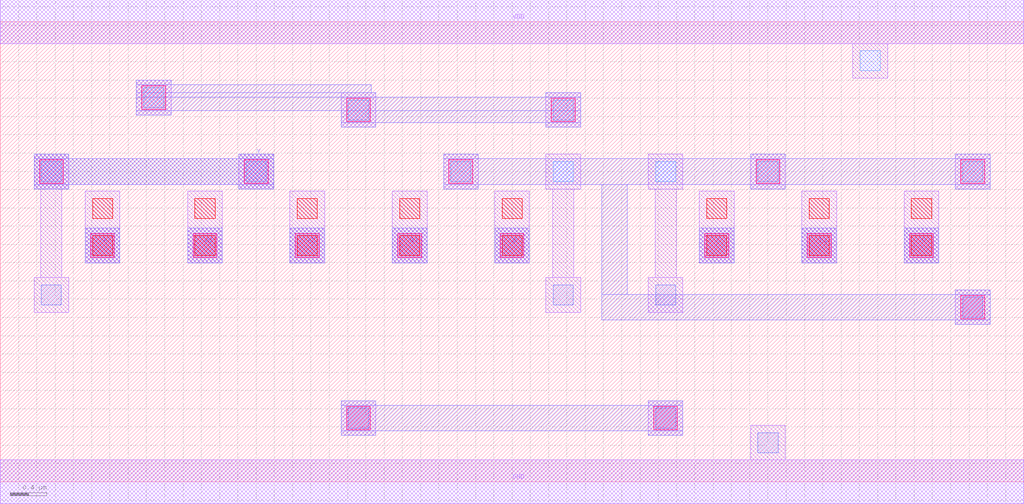
<source format=lef>
MACRO AAOAAOI3212
 CLASS CORE ;
 FOREIGN AAOAAOI3212 0 0 ;
 SIZE 11.200000000000001 BY 5.04 ;
 ORIGIN 0 0 ;
 SYMMETRY X Y R90 ;
 SITE unit ;
  PIN VDD
   DIRECTION INOUT ;
   USE POWER ;
   SHAPE ABUTMENT ;
    PORT
     CLASS CORE ;
       LAYER met1 ;
        RECT 0.00000000 4.80000000 11.20000000 5.28000000 ;
    END
  END VDD

  PIN GND
   DIRECTION INOUT ;
   USE POWER ;
   SHAPE ABUTMENT ;
    PORT
     CLASS CORE ;
       LAYER met1 ;
        RECT 0.00000000 -0.24000000 11.20000000 0.24000000 ;
    END
  END GND

  PIN Y
   DIRECTION INOUT ;
   USE SIGNAL ;
   SHAPE ABUTMENT ;
    PORT
     CLASS CORE ;
       LAYER met2 ;
        RECT 0.37000000 3.20700000 0.75000000 3.25700000 ;
        RECT 2.61000000 3.20700000 2.99000000 3.25700000 ;
        RECT 0.37000000 3.25700000 2.99000000 3.53700000 ;
        RECT 0.37000000 3.53700000 0.75000000 3.58700000 ;
        RECT 2.61000000 3.53700000 2.99000000 3.58700000 ;
    END
  END Y

  PIN A2
   DIRECTION INOUT ;
   USE SIGNAL ;
   SHAPE ABUTMENT ;
    PORT
     CLASS CORE ;
       LAYER met2 ;
        RECT 3.17000000 2.39700000 3.55000000 2.77700000 ;
    END
  END A2

  PIN D1
   DIRECTION INOUT ;
   USE SIGNAL ;
   SHAPE ABUTMENT ;
    PORT
     CLASS CORE ;
       LAYER met2 ;
        RECT 8.77000000 2.39700000 9.15000000 2.77700000 ;
    END
  END D1

  PIN D
   DIRECTION INOUT ;
   USE SIGNAL ;
   SHAPE ABUTMENT ;
    PORT
     CLASS CORE ;
       LAYER met2 ;
        RECT 9.89000000 2.39700000 10.27000000 2.77700000 ;
    END
  END D

  PIN A1
   DIRECTION INOUT ;
   USE SIGNAL ;
   SHAPE ABUTMENT ;
    PORT
     CLASS CORE ;
       LAYER met2 ;
        RECT 2.05000000 2.39700000 2.43000000 2.77700000 ;
    END
  END A1

  PIN B1
   DIRECTION INOUT ;
   USE SIGNAL ;
   SHAPE ABUTMENT ;
    PORT
     CLASS CORE ;
       LAYER met2 ;
        RECT 4.29000000 2.39700000 4.67000000 2.77700000 ;
    END
  END B1

  PIN B
   DIRECTION INOUT ;
   USE SIGNAL ;
   SHAPE ABUTMENT ;
    PORT
     CLASS CORE ;
       LAYER met2 ;
        RECT 5.41000000 2.39700000 5.79000000 2.77700000 ;
    END
  END B

  PIN C
   DIRECTION INOUT ;
   USE SIGNAL ;
   SHAPE ABUTMENT ;
    PORT
     CLASS CORE ;
       LAYER met2 ;
        RECT 7.65000000 2.39700000 8.03000000 2.77700000 ;
    END
  END C

  PIN A
   DIRECTION INOUT ;
   USE SIGNAL ;
   SHAPE ABUTMENT ;
    PORT
     CLASS CORE ;
       LAYER met2 ;
        RECT 0.93000000 2.39700000 1.31000000 2.77700000 ;
    END
  END A

 OBS
    LAYER polycont ;
     RECT 1.01000000 2.47700000 1.23000000 2.69700000 ;
     RECT 2.13000000 2.47700000 2.35000000 2.69700000 ;
     RECT 3.25000000 2.47700000 3.47000000 2.69700000 ;
     RECT 4.37000000 2.47700000 4.59000000 2.69700000 ;
     RECT 5.49000000 2.47700000 5.71000000 2.69700000 ;
     RECT 7.73000000 2.47700000 7.95000000 2.69700000 ;
     RECT 8.85000000 2.47700000 9.07000000 2.69700000 ;
     RECT 9.97000000 2.47700000 10.19000000 2.69700000 ;
     RECT 1.01000000 2.88200000 1.23000000 3.10200000 ;
     RECT 2.13000000 2.88200000 2.35000000 3.10200000 ;
     RECT 3.25000000 2.88200000 3.47000000 3.10200000 ;
     RECT 4.37000000 2.88200000 4.59000000 3.10200000 ;
     RECT 5.49000000 2.88200000 5.71000000 3.10200000 ;
     RECT 7.73000000 2.88200000 7.95000000 3.10200000 ;
     RECT 8.85000000 2.88200000 9.07000000 3.10200000 ;
     RECT 9.97000000 2.88200000 10.19000000 3.10200000 ;

    LAYER pdiffc ;
     RECT 0.45000000 3.28700000 0.67000000 3.50700000 ;
     RECT 2.69000000 3.28700000 2.91000000 3.50700000 ;
     RECT 4.93000000 3.28700000 5.15000000 3.50700000 ;
     RECT 6.05000000 3.28700000 6.27000000 3.50700000 ;
     RECT 7.17000000 3.28700000 7.39000000 3.50700000 ;
     RECT 8.29000000 3.28700000 8.51000000 3.50700000 ;
     RECT 10.53000000 3.28700000 10.75000000 3.50700000 ;
     RECT 3.81000000 3.96200000 4.03000000 4.18200000 ;
     RECT 6.05000000 3.96200000 6.27000000 4.18200000 ;
     RECT 1.57000000 4.09700000 1.79000000 4.31700000 ;
     RECT 9.41000000 4.50200000 9.63000000 4.72200000 ;

    LAYER ndiffc ;
     RECT 8.29000000 0.31700000 8.51000000 0.53700000 ;
     RECT 3.81000000 0.58700000 4.03000000 0.80700000 ;
     RECT 7.17000000 0.58700000 7.39000000 0.80700000 ;
     RECT 10.53000000 1.80200000 10.75000000 2.02200000 ;
     RECT 0.45000000 1.93700000 0.67000000 2.15700000 ;
     RECT 6.05000000 1.93700000 6.27000000 2.15700000 ;
     RECT 7.17000000 1.93700000 7.39000000 2.15700000 ;

    LAYER met1 ;
     RECT 0.00000000 -0.24000000 11.20000000 0.24000000 ;
     RECT 8.21000000 0.24000000 8.59000000 0.61700000 ;
     RECT 3.73000000 0.50700000 4.11000000 0.88700000 ;
     RECT 7.09000000 0.50700000 7.47000000 0.88700000 ;
     RECT 10.45000000 1.72200000 10.83000000 2.10200000 ;
     RECT 0.93000000 2.39700000 1.31000000 3.18200000 ;
     RECT 2.05000000 2.39700000 2.43000000 3.18200000 ;
     RECT 3.17000000 2.39700000 3.55000000 3.18200000 ;
     RECT 4.29000000 2.39700000 4.67000000 3.18200000 ;
     RECT 5.41000000 2.39700000 5.79000000 3.18200000 ;
     RECT 7.65000000 2.39700000 8.03000000 3.18200000 ;
     RECT 8.77000000 2.39700000 9.15000000 3.18200000 ;
     RECT 9.89000000 2.39700000 10.27000000 3.18200000 ;
     RECT 0.37000000 1.85700000 0.75000000 2.23700000 ;
     RECT 0.44500000 2.23700000 0.67500000 3.20700000 ;
     RECT 0.37000000 3.20700000 0.75000000 3.58700000 ;
     RECT 2.61000000 3.20700000 2.99000000 3.58700000 ;
     RECT 4.85000000 3.20700000 5.23000000 3.58700000 ;
     RECT 5.97000000 1.85700000 6.35000000 2.23700000 ;
     RECT 6.04500000 2.23700000 6.27500000 3.20700000 ;
     RECT 5.97000000 3.20700000 6.35000000 3.58700000 ;
     RECT 7.09000000 1.85700000 7.47000000 2.23700000 ;
     RECT 7.16500000 2.23700000 7.39500000 3.20700000 ;
     RECT 7.09000000 3.20700000 7.47000000 3.58700000 ;
     RECT 8.21000000 3.20700000 8.59000000 3.58700000 ;
     RECT 10.45000000 3.20700000 10.83000000 3.58700000 ;
     RECT 3.73000000 3.88200000 4.11000000 4.26200000 ;
     RECT 5.97000000 3.88200000 6.35000000 4.26200000 ;
     RECT 1.49000000 4.01700000 1.87000000 4.39700000 ;
     RECT 9.33000000 4.42200000 9.71000000 4.80000000 ;
     RECT 0.00000000 4.80000000 11.20000000 5.28000000 ;

    LAYER via1 ;
     RECT 3.79000000 0.56700000 4.05000000 0.82700000 ;
     RECT 7.15000000 0.56700000 7.41000000 0.82700000 ;
     RECT 10.51000000 1.78200000 10.77000000 2.04200000 ;
     RECT 0.99000000 2.45700000 1.25000000 2.71700000 ;
     RECT 2.11000000 2.45700000 2.37000000 2.71700000 ;
     RECT 3.23000000 2.45700000 3.49000000 2.71700000 ;
     RECT 4.35000000 2.45700000 4.61000000 2.71700000 ;
     RECT 5.47000000 2.45700000 5.73000000 2.71700000 ;
     RECT 7.71000000 2.45700000 7.97000000 2.71700000 ;
     RECT 8.83000000 2.45700000 9.09000000 2.71700000 ;
     RECT 9.95000000 2.45700000 10.21000000 2.71700000 ;
     RECT 0.43000000 3.26700000 0.69000000 3.52700000 ;
     RECT 2.67000000 3.26700000 2.93000000 3.52700000 ;
     RECT 4.91000000 3.26700000 5.17000000 3.52700000 ;
     RECT 8.27000000 3.26700000 8.53000000 3.52700000 ;
     RECT 10.51000000 3.26700000 10.77000000 3.52700000 ;
     RECT 3.79000000 3.94200000 4.05000000 4.20200000 ;
     RECT 6.03000000 3.94200000 6.29000000 4.20200000 ;
     RECT 1.55000000 4.07700000 1.81000000 4.33700000 ;

    LAYER met2 ;
     RECT 3.73000000 0.50700000 4.11000000 0.55700000 ;
     RECT 7.09000000 0.50700000 7.47000000 0.55700000 ;
     RECT 3.73000000 0.55700000 7.47000000 0.83700000 ;
     RECT 3.73000000 0.83700000 4.11000000 0.88700000 ;
     RECT 7.09000000 0.83700000 7.47000000 0.88700000 ;
     RECT 0.93000000 2.39700000 1.31000000 2.77700000 ;
     RECT 2.05000000 2.39700000 2.43000000 2.77700000 ;
     RECT 3.17000000 2.39700000 3.55000000 2.77700000 ;
     RECT 4.29000000 2.39700000 4.67000000 2.77700000 ;
     RECT 5.41000000 2.39700000 5.79000000 2.77700000 ;
     RECT 7.65000000 2.39700000 8.03000000 2.77700000 ;
     RECT 8.77000000 2.39700000 9.15000000 2.77700000 ;
     RECT 9.89000000 2.39700000 10.27000000 2.77700000 ;
     RECT 0.37000000 3.20700000 0.75000000 3.25700000 ;
     RECT 2.61000000 3.20700000 2.99000000 3.25700000 ;
     RECT 0.37000000 3.25700000 2.99000000 3.53700000 ;
     RECT 0.37000000 3.53700000 0.75000000 3.58700000 ;
     RECT 2.61000000 3.53700000 2.99000000 3.58700000 ;
     RECT 10.45000000 1.72200000 10.83000000 1.77200000 ;
     RECT 6.58000000 1.77200000 10.83000000 2.05200000 ;
     RECT 10.45000000 2.05200000 10.83000000 2.10200000 ;
     RECT 4.85000000 3.20700000 5.23000000 3.25700000 ;
     RECT 6.58000000 2.05200000 6.86000000 3.25700000 ;
     RECT 8.21000000 3.20700000 8.59000000 3.25700000 ;
     RECT 10.45000000 3.20700000 10.83000000 3.25700000 ;
     RECT 4.85000000 3.25700000 10.83000000 3.53700000 ;
     RECT 4.85000000 3.53700000 5.23000000 3.58700000 ;
     RECT 8.21000000 3.53700000 8.59000000 3.58700000 ;
     RECT 10.45000000 3.53700000 10.83000000 3.58700000 ;
     RECT 3.73000000 3.88200000 4.11000000 3.93200000 ;
     RECT 5.97000000 3.88200000 6.35000000 3.93200000 ;
     RECT 1.49000000 4.01700000 1.87000000 4.06700000 ;
     RECT 3.73000000 3.93200000 6.35000000 4.06700000 ;
     RECT 1.49000000 4.06700000 6.35000000 4.21200000 ;
     RECT 1.49000000 4.21200000 4.11000000 4.26200000 ;
     RECT 5.97000000 4.21200000 6.35000000 4.26200000 ;
     RECT 1.49000000 4.26200000 4.06000000 4.34700000 ;
     RECT 1.49000000 4.34700000 1.87000000 4.39700000 ;

 END
END AAOAAOI3212

</source>
